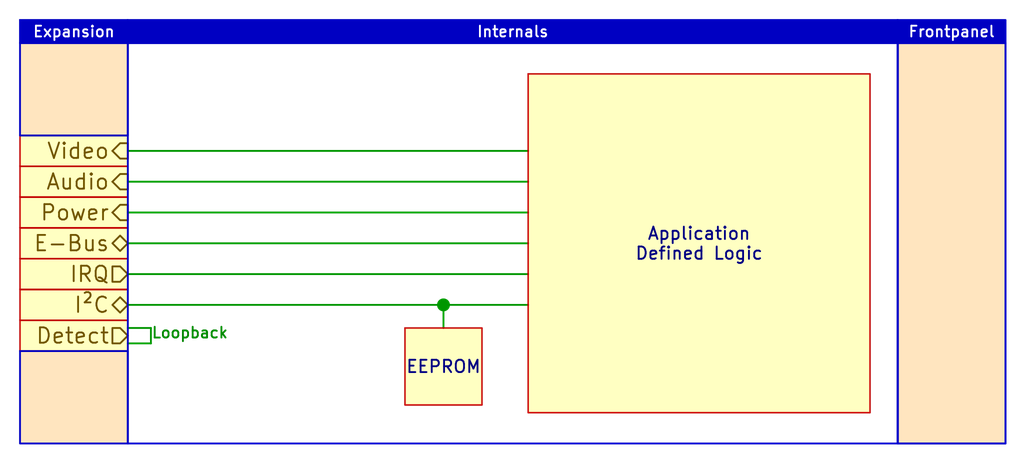
<source format=kicad_sch>
(kicad_sch
	(version 20250114)
	(generator "eeschema")
	(generator_version "9.0")
	(uuid "b650b50c-b553-4990-8e39-65f86b3c19d6")
	(paper "User" 84.455 38.1)
	(lib_symbols)
	(rectangle
		(start 74.041 3.556)
		(end 82.931 36.576)
		(stroke
			(width 0)
			(type solid)
		)
		(fill
			(type color)
			(color 255 229 191 1)
		)
		(uuid 0e1ac484-e501-4b61-9c05-3543d535c2ab)
	)
	(rectangle
		(start 74.041 3.556)
		(end 82.931 36.576)
		(stroke
			(width 0)
			(type default)
		)
		(fill
			(type none)
		)
		(uuid 3482d4f7-a958-47ce-a974-a9c79bbf045f)
	)
	(rectangle
		(start 74.041 1.651)
		(end 74.041 3.556)
		(stroke
			(width 0)
			(type default)
		)
		(fill
			(type none)
		)
		(uuid 4de211bc-5b89-43a2-92da-4555c51b1920)
	)
	(rectangle
		(start 10.541 3.556)
		(end 74.041 36.576)
		(stroke
			(width 0)
			(type default)
		)
		(fill
			(type none)
		)
		(uuid 91bdd7bb-1e9d-42ac-926d-404775e95c1e)
	)
	(rectangle
		(start 1.651 3.556)
		(end 10.541 11.176)
		(stroke
			(width 0)
			(type solid)
		)
		(fill
			(type color)
			(color 255 229 191 1)
		)
		(uuid a3b71443-66fc-4d7c-9cdb-f5f5814b4133)
	)
	(rectangle
		(start 1.651 28.956)
		(end 10.541 36.576)
		(stroke
			(width 0)
			(type solid)
		)
		(fill
			(type color)
			(color 255 229 191 1)
		)
		(uuid a75f1dd0-a135-468e-81c4-efe8cf9bcf75)
	)
	(text "Loopback"
		(exclude_from_sim no)
		(at 12.446 27.686 0)
		(effects
			(font
				(size 0.889 0.889)
				(color 0 132 0 1)
			)
			(justify left)
		)
		(uuid "4770deb9-ee18-4b77-9244-1ea56abb37df")
	)
	(text_box "Expansion"
		(exclude_from_sim no)
		(at 1.651 1.651 0)
		(size 8.89 1.905)
		(margins 0.9525 0.9525 0.9525 0.9525)
		(stroke
			(width 0)
			(type solid)
			(color 0 0 194 1)
		)
		(fill
			(type color)
			(color 0 0 194 1)
		)
		(effects
			(font
				(size 0.889 0.889)
				(color 255 255 255 1)
			)
		)
		(uuid "099820fb-3bbb-4e96-aafa-e5adaf8063a4")
	)
	(text_box ""
		(exclude_from_sim no)
		(at 1.651 16.256 0)
		(size 8.89 2.54)
		(margins 0.9525 0.9525 0.9525 0.9525)
		(stroke
			(width 0.127)
			(type solid)
			(color 194 0 0 1)
		)
		(fill
			(type color)
			(color 255 255 194 1)
		)
		(effects
			(font
				(face "KiCad Font")
				(size 1.27 1.27)
				(color 0 0 132 1)
			)
		)
		(uuid "12f4a7cb-eeab-429c-a629-b535d53851bd")
	)
	(text_box ""
		(exclude_from_sim no)
		(at 1.651 11.176 0)
		(size 8.89 2.54)
		(margins 0.9525 0.9525 0.9525 0.9525)
		(stroke
			(width 0.127)
			(type solid)
			(color 194 0 0 1)
		)
		(fill
			(type color)
			(color 255 255 194 1)
		)
		(effects
			(font
				(face "KiCad Font")
				(size 1.27 1.27)
				(color 0 0 132 1)
			)
		)
		(uuid "144c025c-2734-42ab-ac4e-e1e8d2f4c0a7")
	)
	(text_box "Application\nDefined Logic"
		(exclude_from_sim no)
		(at 43.561 6.096 0)
		(size 28.194 27.94)
		(margins 0.9525 0.9525 0.9525 0.9525)
		(stroke
			(width 0.127)
			(type solid)
			(color 194 0 0 1)
		)
		(fill
			(type color)
			(color 255 255 194 1)
		)
		(effects
			(font
				(face "KiCad Font")
				(size 1.016 1.016)
				(color 0 0 132 1)
			)
		)
		(uuid "1de6b02d-8e28-4292-a61d-99283be3054d")
	)
	(text_box ""
		(exclude_from_sim no)
		(at 1.651 23.876 0)
		(size 8.89 2.54)
		(margins 0.9525 0.9525 0.9525 0.9525)
		(stroke
			(width 0.127)
			(type solid)
			(color 194 0 0 1)
		)
		(fill
			(type color)
			(color 255 255 194 1)
		)
		(effects
			(font
				(face "KiCad Font")
				(size 1.27 1.27)
				(color 0 0 132 1)
			)
		)
		(uuid "279c3dc5-5039-41e8-ba52-9511bef93841")
	)
	(text_box "Frontpanel"
		(exclude_from_sim no)
		(at 74.041 1.651 0)
		(size 8.89 1.905)
		(margins 0.9525 0.9525 0.9525 0.9525)
		(stroke
			(width 0)
			(type solid)
			(color 0 0 194 1)
		)
		(fill
			(type color)
			(color 0 0 194 1)
		)
		(effects
			(font
				(size 0.889 0.889)
				(color 255 255 255 1)
			)
		)
		(uuid "76b7cd08-0968-4a69-b128-87da27c89457")
	)
	(text_box ""
		(exclude_from_sim no)
		(at 1.651 21.336 0)
		(size 8.89 2.54)
		(margins 0.9525 0.9525 0.9525 0.9525)
		(stroke
			(width 0.127)
			(type solid)
			(color 194 0 0 1)
		)
		(fill
			(type color)
			(color 255 255 194 1)
		)
		(effects
			(font
				(face "KiCad Font")
				(size 1.27 1.27)
				(color 0 0 132 1)
			)
		)
		(uuid "80952cc1-0d7f-4930-ac12-6fc02b6ecb4a")
	)
	(text_box ""
		(exclude_from_sim no)
		(at 1.651 26.416 0)
		(size 8.89 2.54)
		(margins 0.9525 0.9525 0.9525 0.9525)
		(stroke
			(width 0.127)
			(type solid)
			(color 194 0 0 1)
		)
		(fill
			(type color)
			(color 255 255 194 1)
		)
		(effects
			(font
				(face "KiCad Font")
				(size 1.27 1.27)
				(color 0 0 132 1)
			)
		)
		(uuid "b78a10b4-1a85-4682-b498-6b940405f780")
	)
	(text_box ""
		(exclude_from_sim no)
		(at 1.651 18.796 0)
		(size 8.89 2.54)
		(margins 0.9525 0.9525 0.9525 0.9525)
		(stroke
			(width 0.127)
			(type solid)
			(color 194 0 0 1)
		)
		(fill
			(type color)
			(color 255 255 194 1)
		)
		(effects
			(font
				(face "KiCad Font")
				(size 1.27 1.27)
				(color 0 0 132 1)
			)
		)
		(uuid "ce5f79ab-9007-4bbc-aca1-8c51cdbd7602")
	)
	(text_box ""
		(exclude_from_sim no)
		(at 1.651 13.716 0)
		(size 8.89 2.54)
		(margins 0.9525 0.9525 0.9525 0.9525)
		(stroke
			(width 0.127)
			(type solid)
			(color 194 0 0 1)
		)
		(fill
			(type color)
			(color 255 255 194 1)
		)
		(effects
			(font
				(face "KiCad Font")
				(size 1.27 1.27)
				(color 0 0 132 1)
			)
		)
		(uuid "de252bef-db14-4239-abbd-ebc71f30ac4a")
	)
	(text_box "Internals"
		(exclude_from_sim no)
		(at 10.541 1.651 0)
		(size 63.5 1.905)
		(margins 0.9525 0.9525 0.9525 0.9525)
		(stroke
			(width 0)
			(type solid)
			(color 0 0 194 1)
		)
		(fill
			(type color)
			(color 0 0 194 1)
		)
		(effects
			(font
				(size 0.889 0.889)
				(color 255 255 255 1)
			)
		)
		(uuid "e77226e4-4ae2-4b77-83e8-59a0139e14ad")
	)
	(text_box "EEPROM"
		(exclude_from_sim no)
		(at 33.401 27.051 0)
		(size 6.35 6.35)
		(margins 0.9525 0.9525 0.9525 0.9525)
		(stroke
			(width 0.127)
			(type solid)
			(color 194 0 0 1)
		)
		(fill
			(type color)
			(color 255 255 194 1)
		)
		(effects
			(font
				(face "KiCad Font")
				(size 1.016 1.016)
				(color 0 0 132 1)
			)
		)
		(uuid "f5372604-cf70-41c8-ba66-1e0acb87199d")
	)
	(junction
		(at 36.576 25.146)
		(diameter 0)
		(color 0 0 0 0)
		(uuid "fa8ac520-e75f-49cc-8121-653b5b63fb42")
	)
	(wire
		(pts
			(xy 10.541 22.606) (xy 43.561 22.606)
		)
		(stroke
			(width 0)
			(type default)
		)
		(uuid "161cc3bc-2a07-433a-8e34-06293f578fd8")
	)
	(wire
		(pts
			(xy 36.576 25.146) (xy 43.561 25.146)
		)
		(stroke
			(width 0)
			(type default)
		)
		(uuid "24184b79-5835-4bb4-90ed-5e1d508c0a33")
	)
	(wire
		(pts
			(xy 12.446 28.321) (xy 10.541 28.321)
		)
		(stroke
			(width 0)
			(type default)
		)
		(uuid "2a8f556b-d24c-4a48-92c8-4fd68d624a63")
	)
	(wire
		(pts
			(xy 10.541 27.051) (xy 12.446 27.051)
		)
		(stroke
			(width 0)
			(type default)
		)
		(uuid "5675e507-46bb-41fb-917d-9422007b4063")
	)
	(wire
		(pts
			(xy 10.541 12.446) (xy 43.561 12.446)
		)
		(stroke
			(width 0)
			(type default)
		)
		(uuid "5a49f19b-9835-4523-af15-b27f859b07c9")
	)
	(wire
		(pts
			(xy 12.446 27.051) (xy 12.446 28.321)
		)
		(stroke
			(width 0)
			(type default)
		)
		(uuid "72162e68-b717-4a49-a477-4e954e7f3772")
	)
	(wire
		(pts
			(xy 10.541 14.986) (xy 43.561 14.986)
		)
		(stroke
			(width 0)
			(type default)
		)
		(uuid "97ea000c-ceed-4f9a-b28a-0ed630261114")
	)
	(wire
		(pts
			(xy 10.541 25.146) (xy 36.576 25.146)
		)
		(stroke
			(width 0)
			(type default)
		)
		(uuid "a8144836-9766-412d-b103-873973e167e5")
	)
	(wire
		(pts
			(xy 10.541 17.526) (xy 43.561 17.526)
		)
		(stroke
			(width 0)
			(type default)
		)
		(uuid "ab39409a-9a85-43db-a3f0-0dff8bcf4c6c")
	)
	(wire
		(pts
			(xy 10.541 20.066) (xy 43.561 20.066)
		)
		(stroke
			(width 0)
			(type default)
		)
		(uuid "af65ea2b-e509-4fd3-88b7-2cff60edee74")
	)
	(wire
		(pts
			(xy 36.576 25.146) (xy 36.576 27.051)
		)
		(stroke
			(width 0)
			(type default)
		)
		(uuid "b23eebab-890d-4d81-a707-d7a04a17245d")
	)
	(hierarchical_label "Video"
		(shape output)
		(at 10.541 12.446 180)
		(effects
			(font
				(size 1.27 1.27)
			)
			(justify right)
		)
		(uuid "1ee5f91a-1e7a-490a-bd04-ea3013aabc5c")
	)
	(hierarchical_label "Audio"
		(shape output)
		(at 10.541 14.986 180)
		(effects
			(font
				(size 1.27 1.27)
			)
			(justify right)
		)
		(uuid "26f232f4-9155-470e-be49-7e16fe8b514a")
	)
	(hierarchical_label "IRQ"
		(shape input)
		(at 10.541 22.606 180)
		(effects
			(font
				(size 1.27 1.27)
			)
			(justify right)
		)
		(uuid "3dcd0746-7f99-4479-a817-b2d55874b995")
	)
	(hierarchical_label "Detect"
		(shape input)
		(at 10.541 27.686 180)
		(effects
			(font
				(size 1.27 1.27)
			)
			(justify right)
		)
		(uuid "79c9e006-7afd-4ace-8680-00127c2a587e")
	)
	(hierarchical_label "Power"
		(shape output)
		(at 10.541 17.526 180)
		(effects
			(font
				(size 1.27 1.27)
			)
			(justify right)
		)
		(uuid "85859101-7a56-4337-9658-eb9a5484f123")
	)
	(hierarchical_label "E-Bus"
		(shape bidirectional)
		(at 10.541 20.066 180)
		(effects
			(font
				(size 1.27 1.27)
			)
			(justify right)
		)
		(uuid "968e6ef5-440b-4264-bf26-7b63aec98eaa")
	)
	(hierarchical_label "I²C"
		(shape tri_state)
		(at 10.541 25.146 180)
		(effects
			(font
				(size 1.27 1.27)
			)
			(justify right)
		)
		(uuid "f2f51be9-5022-4357-b17c-332f318a1662")
	)
)

</source>
